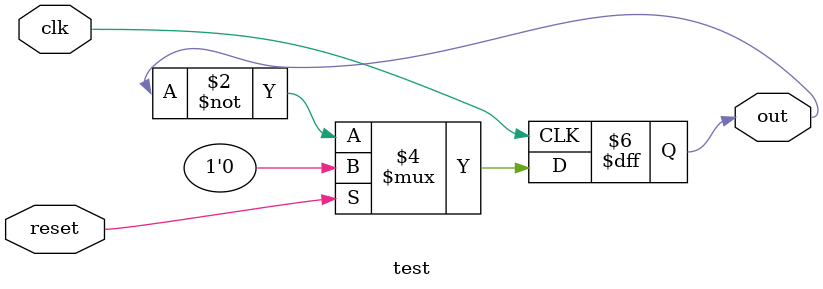
<source format=sv>
`timescale 1ns / 1ps


module test(
    output reg out,
    input clk,
    input reset
    );

    
always_ff @(posedge clk) 
begin
    if (reset) 
        out <= 0;
    else
        out <= ~out;
    
end
endmodule

</source>
